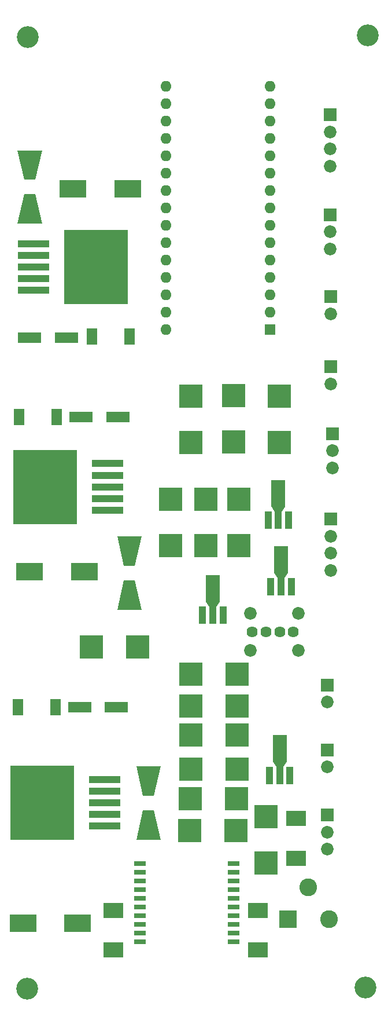
<source format=gbr>
G04 #@! TF.FileFunction,Soldermask,Top*
%FSLAX46Y46*%
G04 Gerber Fmt 4.6, Leading zero omitted, Abs format (unit mm)*
G04 Created by KiCad (PCBNEW 4.0.7-e2-6376~58~ubuntu16.04.1) date Mon Oct  9 01:06:08 2017*
%MOMM*%
%LPD*%
G01*
G04 APERTURE LIST*
%ADD10C,0.100000*%
%ADD11R,1.600000X1.600000*%
%ADD12O,1.600000X1.600000*%
%ADD13R,2.600000X2.600000*%
%ADD14C,2.600000*%
%ADD15R,4.000000X2.500000*%
%ADD16R,3.500000X1.600000*%
%ADD17R,1.500000X2.400000*%
%ADD18R,1.700000X0.700000*%
%ADD19R,1.850000X1.850000*%
%ADD20C,1.850000*%
%ADD21R,1.000000X2.500000*%
%ADD22R,2.000000X4.000000*%
%ADD23R,3.500000X3.500000*%
%ADD24R,4.600000X1.100000*%
%ADD25R,9.400000X10.800000*%
%ADD26C,1.620000*%
%ADD27R,3.000000X2.200000*%
%ADD28C,3.200000*%
G04 APERTURE END LIST*
D10*
D11*
X99600000Y-74600000D03*
D12*
X84360000Y-41580000D03*
X99600000Y-72060000D03*
X84360000Y-44120000D03*
X99600000Y-69520000D03*
X84360000Y-46660000D03*
X99600000Y-66980000D03*
X84360000Y-49200000D03*
X99600000Y-64440000D03*
X84360000Y-51740000D03*
X99600000Y-61900000D03*
X84360000Y-54280000D03*
X99600000Y-59360000D03*
X84360000Y-56820000D03*
X99600000Y-56820000D03*
X84360000Y-59360000D03*
X99600000Y-54280000D03*
X84360000Y-61900000D03*
X99600000Y-51740000D03*
X84360000Y-64440000D03*
X99600000Y-49200000D03*
X84360000Y-66980000D03*
X99600000Y-46660000D03*
X84360000Y-69520000D03*
X99600000Y-44120000D03*
X84360000Y-72060000D03*
X99600000Y-41580000D03*
X84360000Y-74600000D03*
X99600000Y-39040000D03*
X84360000Y-39040000D03*
D13*
X102200000Y-160800000D03*
D14*
X108200000Y-160800000D03*
X105200000Y-156100000D03*
D15*
X64400000Y-110000000D03*
X72400000Y-110000000D03*
X71400000Y-161400000D03*
X63400000Y-161400000D03*
X70725000Y-54025000D03*
X78725000Y-54025000D03*
D16*
X69750000Y-75750000D03*
X64350000Y-75750000D03*
X77300000Y-87400000D03*
X71900000Y-87400000D03*
X77100000Y-129800000D03*
X71700000Y-129800000D03*
D10*
G36*
X83600000Y-149150000D02*
X80000000Y-149150000D01*
X81000000Y-144850000D01*
X82600000Y-144850000D01*
X83600000Y-149150000D01*
X83600000Y-149150000D01*
G37*
G36*
X80000000Y-138450000D02*
X83600000Y-138450000D01*
X82600000Y-142750000D01*
X81000000Y-142750000D01*
X80000000Y-138450000D01*
X80000000Y-138450000D01*
G37*
G36*
X66225000Y-59100000D02*
X62625000Y-59100000D01*
X63625000Y-54800000D01*
X65225000Y-54800000D01*
X66225000Y-59100000D01*
X66225000Y-59100000D01*
G37*
G36*
X62625000Y-48400000D02*
X66225000Y-48400000D01*
X65225000Y-52700000D01*
X63625000Y-52700000D01*
X62625000Y-48400000D01*
X62625000Y-48400000D01*
G37*
G36*
X77200000Y-104850000D02*
X80800000Y-104850000D01*
X79800000Y-109150000D01*
X78200000Y-109150000D01*
X77200000Y-104850000D01*
X77200000Y-104850000D01*
G37*
G36*
X80800000Y-115550000D02*
X77200000Y-115550000D01*
X78200000Y-111250000D01*
X79800000Y-111250000D01*
X80800000Y-115550000D01*
X80800000Y-115550000D01*
G37*
D17*
X62850000Y-87400000D03*
X68350000Y-87400000D03*
X62650000Y-129800000D03*
X68150000Y-129800000D03*
X79050000Y-75650000D03*
X73550000Y-75650000D03*
D18*
X80550000Y-152685000D03*
X80550000Y-153955000D03*
X80550000Y-155225000D03*
X80550000Y-156495000D03*
X80550000Y-157765000D03*
X80550000Y-159035000D03*
X80550000Y-160305000D03*
X80550000Y-161575000D03*
X80550000Y-162845000D03*
X80550000Y-164115000D03*
X94250000Y-164115000D03*
X94250000Y-162845000D03*
X94250000Y-161575000D03*
X94250000Y-160305000D03*
X94250000Y-159035000D03*
X94250000Y-157765000D03*
X94250000Y-156495000D03*
X94250000Y-155225000D03*
X94250000Y-153955000D03*
X94250000Y-152685000D03*
D19*
X107950000Y-136050000D03*
D20*
X107950000Y-138550000D03*
D19*
X107950000Y-126550000D03*
D20*
X107950000Y-129050000D03*
D19*
X107950000Y-145550000D03*
D20*
X107950000Y-148050000D03*
X107950000Y-150550000D03*
D19*
X108450000Y-69800000D03*
D20*
X108450000Y-72300000D03*
D19*
X108450000Y-80050000D03*
D20*
X108450000Y-82550000D03*
D19*
X108700000Y-89800000D03*
D20*
X108700000Y-92300000D03*
X108700000Y-94800000D03*
D19*
X108400000Y-57800000D03*
D20*
X108400000Y-60300000D03*
X108400000Y-62800000D03*
D19*
X108400000Y-43200000D03*
D20*
X108400000Y-45700000D03*
X108400000Y-48200000D03*
X108400000Y-50700000D03*
D19*
X108450000Y-102300000D03*
D20*
X108450000Y-104800000D03*
X108450000Y-107300000D03*
X108450000Y-109800000D03*
D21*
X99500000Y-139780000D03*
X101000000Y-139780000D03*
X102500000Y-139780000D03*
D22*
X101000000Y-135820000D03*
D10*
G36*
X102000000Y-137795000D02*
X101500000Y-138545000D01*
X100500000Y-138545000D01*
X100000000Y-137795000D01*
X102000000Y-137795000D01*
X102000000Y-137795000D01*
G37*
D21*
X99300000Y-102480000D03*
X100800000Y-102480000D03*
X102300000Y-102480000D03*
D22*
X100800000Y-98520000D03*
D10*
G36*
X101800000Y-100495000D02*
X101300000Y-101245000D01*
X100300000Y-101245000D01*
X99800000Y-100495000D01*
X101800000Y-100495000D01*
X101800000Y-100495000D01*
G37*
D21*
X99700000Y-112180000D03*
X101200000Y-112180000D03*
X102700000Y-112180000D03*
D22*
X101200000Y-108220000D03*
D10*
G36*
X102200000Y-110195000D02*
X101700000Y-110945000D01*
X100700000Y-110945000D01*
X100200000Y-110195000D01*
X102200000Y-110195000D01*
X102200000Y-110195000D01*
G37*
D21*
X89700000Y-116380000D03*
X91200000Y-116380000D03*
X92700000Y-116380000D03*
D22*
X91200000Y-112420000D03*
D10*
G36*
X92200000Y-114395000D02*
X91700000Y-115145000D01*
X90700000Y-115145000D01*
X90200000Y-114395000D01*
X92200000Y-114395000D01*
X92200000Y-114395000D01*
G37*
D23*
X94800000Y-125000000D03*
X88000000Y-125000000D03*
X94800000Y-129600000D03*
X88000000Y-129600000D03*
X94800000Y-133850000D03*
X88000000Y-133850000D03*
X94800000Y-138850000D03*
X88000000Y-138850000D03*
X94700000Y-143200000D03*
X87900000Y-143200000D03*
X94600000Y-147800000D03*
X87800000Y-147800000D03*
D24*
X75375000Y-147200000D03*
X75375000Y-145500000D03*
X75375000Y-143800000D03*
X75375000Y-142100000D03*
X75375000Y-140400000D03*
D25*
X66225000Y-143800000D03*
D24*
X75775000Y-101000000D03*
X75775000Y-99300000D03*
X75775000Y-97600000D03*
X75775000Y-95900000D03*
X75775000Y-94200000D03*
D25*
X66625000Y-97600000D03*
D24*
X64975000Y-62050000D03*
X64975000Y-63750000D03*
X64975000Y-65450000D03*
X64975000Y-67150000D03*
X64975000Y-68850000D03*
D25*
X74125000Y-65450000D03*
D26*
X103000000Y-118800000D03*
X101000000Y-118800000D03*
X99000000Y-118800000D03*
D20*
X103730000Y-121520000D03*
D26*
X97000000Y-118800000D03*
D20*
X96730000Y-121520000D03*
X103730000Y-116080000D03*
X96730000Y-116080000D03*
D23*
X80200000Y-121000000D03*
X73400000Y-121000000D03*
X85000000Y-106200000D03*
X85000000Y-99400000D03*
X90200000Y-106200000D03*
X90200000Y-99400000D03*
X95000000Y-106200000D03*
X95000000Y-99400000D03*
X100900000Y-91150000D03*
X100900000Y-84350000D03*
X94250000Y-91050000D03*
X94250000Y-84250000D03*
X87950000Y-91100000D03*
X87950000Y-84300000D03*
X99000000Y-145800000D03*
X99000000Y-152600000D03*
D27*
X76600000Y-159500000D03*
X76600000Y-165300000D03*
X97800000Y-159500000D03*
X97800000Y-165300000D03*
X103400000Y-151900000D03*
X103400000Y-146100000D03*
D28*
X64100000Y-31850000D03*
X113900000Y-31550000D03*
X113550000Y-170800000D03*
X64000000Y-170950000D03*
M02*

</source>
